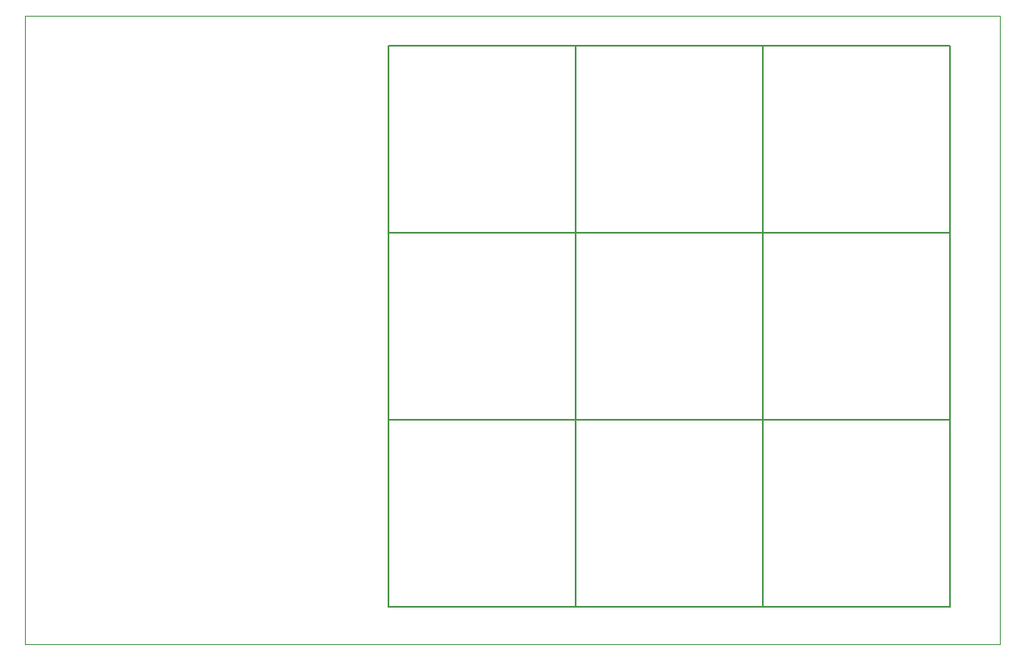
<source format=gbr>
%TF.GenerationSoftware,KiCad,Pcbnew,8.0.8*%
%TF.CreationDate,2025-02-16T23:16:45+05:30*%
%TF.ProjectId,RoyTyper,526f7954-7970-4657-922e-6b696361645f,rev?*%
%TF.SameCoordinates,Original*%
%TF.FileFunction,Paste,Bot*%
%TF.FilePolarity,Positive*%
%FSLAX46Y46*%
G04 Gerber Fmt 4.6, Leading zero omitted, Abs format (unit mm)*
G04 Created by KiCad (PCBNEW 8.0.8) date 2025-02-16 23:16:45*
%MOMM*%
%LPD*%
G01*
G04 APERTURE LIST*
%ADD10C,0.150000*%
%TA.AperFunction,Profile*%
%ADD11C,0.050000*%
%TD*%
G04 APERTURE END LIST*
D10*
%TO.C,SW3*%
X128325000Y-60325000D02*
X147375000Y-60325000D01*
X128325000Y-79375000D02*
X128325000Y-60325000D01*
X147375000Y-60325000D02*
X147375000Y-79375000D01*
X147375000Y-79375000D02*
X128325000Y-79375000D01*
%TO.C,SW6*%
X128325000Y-79375000D02*
X147375000Y-79375000D01*
X128325000Y-98425000D02*
X128325000Y-79375000D01*
X147375000Y-79375000D02*
X147375000Y-98425000D01*
X147375000Y-98425000D02*
X128325000Y-98425000D01*
%TO.C,SW1*%
X90225000Y-60325000D02*
X109275000Y-60325000D01*
X90225000Y-79375000D02*
X90225000Y-60325000D01*
X109275000Y-60325000D02*
X109275000Y-79375000D01*
X109275000Y-79375000D02*
X90225000Y-79375000D01*
%TO.C,SW4*%
X90225000Y-79375000D02*
X109275000Y-79375000D01*
X90225000Y-98425000D02*
X90225000Y-79375000D01*
X109275000Y-79375000D02*
X109275000Y-98425000D01*
X109275000Y-98425000D02*
X90225000Y-98425000D01*
%TO.C,SW5*%
X109275000Y-79375000D02*
X128325000Y-79375000D01*
X109275000Y-98425000D02*
X109275000Y-79375000D01*
X128325000Y-79375000D02*
X128325000Y-98425000D01*
X128325000Y-98425000D02*
X109275000Y-98425000D01*
%TO.C,SW2*%
X109275000Y-60325000D02*
X128325000Y-60325000D01*
X109275000Y-79375000D02*
X109275000Y-60325000D01*
X128325000Y-60325000D02*
X128325000Y-79375000D01*
X128325000Y-79375000D02*
X109275000Y-79375000D01*
%TO.C,SW9*%
X128325000Y-98425000D02*
X147375000Y-98425000D01*
X128325000Y-117475000D02*
X128325000Y-98425000D01*
X147375000Y-98425000D02*
X147375000Y-117475000D01*
X147375000Y-117475000D02*
X128325000Y-117475000D01*
%TO.C,SW7*%
X90225000Y-98425000D02*
X109275000Y-98425000D01*
X90225000Y-117475000D02*
X90225000Y-98425000D01*
X109275000Y-98425000D02*
X109275000Y-117475000D01*
X109275000Y-117475000D02*
X90225000Y-117475000D01*
%TO.C,SW8*%
X109275000Y-98425000D02*
X128325000Y-98425000D01*
X109275000Y-117475000D02*
X109275000Y-98425000D01*
X128325000Y-98425000D02*
X128325000Y-117475000D01*
X128325000Y-117475000D02*
X109275000Y-117475000D01*
%TD*%
D11*
X53215000Y-57265000D02*
X152445000Y-57265000D01*
X152445000Y-121285000D01*
X53215000Y-121285000D01*
X53215000Y-57265000D01*
M02*

</source>
